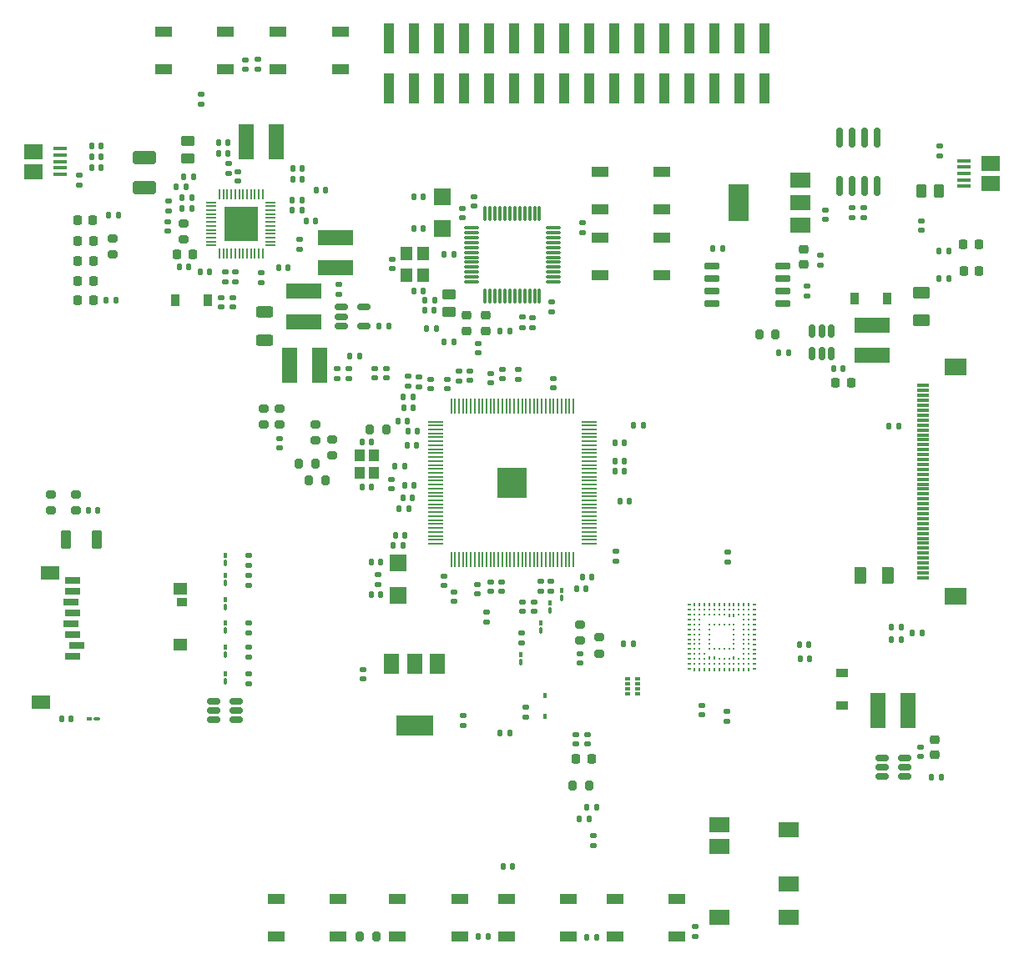
<source format=gbr>
%TF.GenerationSoftware,KiCad,Pcbnew,(6.0.8)*%
%TF.CreationDate,2023-03-24T20:25:01-04:00*%
%TF.ProjectId,lb_mp1,6c625f6d-7031-42e6-9b69-6361645f7063,rev?*%
%TF.SameCoordinates,Original*%
%TF.FileFunction,Paste,Top*%
%TF.FilePolarity,Positive*%
%FSLAX46Y46*%
G04 Gerber Fmt 4.6, Leading zero omitted, Abs format (unit mm)*
G04 Created by KiCad (PCBNEW (6.0.8)) date 2023-03-24 20:25:01*
%MOMM*%
%LPD*%
G01*
G04 APERTURE LIST*
G04 Aperture macros list*
%AMRoundRect*
0 Rectangle with rounded corners*
0 $1 Rounding radius*
0 $2 $3 $4 $5 $6 $7 $8 $9 X,Y pos of 4 corners*
0 Add a 4 corners polygon primitive as box body*
4,1,4,$2,$3,$4,$5,$6,$7,$8,$9,$2,$3,0*
0 Add four circle primitives for the rounded corners*
1,1,$1+$1,$2,$3*
1,1,$1+$1,$4,$5*
1,1,$1+$1,$6,$7*
1,1,$1+$1,$8,$9*
0 Add four rect primitives between the rounded corners*
20,1,$1+$1,$2,$3,$4,$5,0*
20,1,$1+$1,$4,$5,$6,$7,0*
20,1,$1+$1,$6,$7,$8,$9,0*
20,1,$1+$1,$8,$9,$2,$3,0*%
G04 Aperture macros list end*
%ADD10RoundRect,0.135000X0.135000X0.185000X-0.135000X0.185000X-0.135000X-0.185000X0.135000X-0.185000X0*%
%ADD11RoundRect,0.150000X-0.150000X0.825000X-0.150000X-0.825000X0.150000X-0.825000X0.150000X0.825000X0*%
%ADD12RoundRect,0.135000X-0.185000X0.135000X-0.185000X-0.135000X0.185000X-0.135000X0.185000X0.135000X0*%
%ADD13RoundRect,0.200000X-0.275000X0.200000X-0.275000X-0.200000X0.275000X-0.200000X0.275000X0.200000X0*%
%ADD14RoundRect,0.135000X-0.135000X-0.185000X0.135000X-0.185000X0.135000X0.185000X-0.135000X0.185000X0*%
%ADD15RoundRect,0.140000X0.140000X0.170000X-0.140000X0.170000X-0.140000X-0.170000X0.140000X-0.170000X0*%
%ADD16R,1.700000X1.000000*%
%ADD17RoundRect,0.140000X0.170000X-0.140000X0.170000X0.140000X-0.170000X0.140000X-0.170000X-0.140000X0*%
%ADD18RoundRect,0.200000X0.275000X-0.200000X0.275000X0.200000X-0.275000X0.200000X-0.275000X-0.200000X0*%
%ADD19RoundRect,0.140000X-0.140000X-0.170000X0.140000X-0.170000X0.140000X0.170000X-0.140000X0.170000X0*%
%ADD20O,0.360000X0.150000*%
%ADD21O,0.150000X0.360000*%
%ADD22C,0.240000*%
%ADD23RoundRect,0.135000X0.185000X-0.135000X0.185000X0.135000X-0.185000X0.135000X-0.185000X-0.135000X0*%
%ADD24R,2.000000X1.500000*%
%ADD25RoundRect,0.250000X0.925000X-0.412500X0.925000X0.412500X-0.925000X0.412500X-0.925000X-0.412500X0*%
%ADD26RoundRect,0.140000X-0.170000X0.140000X-0.170000X-0.140000X0.170000X-0.140000X0.170000X0.140000X0*%
%ADD27RoundRect,0.100000X0.100000X-0.150000X0.100000X0.150000X-0.100000X0.150000X-0.100000X-0.150000X0*%
%ADD28RoundRect,0.100000X0.100000X-0.208500X0.100000X0.208500X-0.100000X0.208500X-0.100000X-0.208500X0*%
%ADD29R,1.300000X0.300000*%
%ADD30R,2.200000X1.800000*%
%ADD31R,3.600000X1.500000*%
%ADD32R,1.000000X3.150000*%
%ADD33R,1.350000X0.400000*%
%ADD34R,1.900000X1.500000*%
%ADD35R,1.800000X1.750000*%
%ADD36RoundRect,0.218750X-0.218750X-0.256250X0.218750X-0.256250X0.218750X0.256250X-0.218750X0.256250X0*%
%ADD37R,0.900000X1.200000*%
%ADD38R,1.500000X0.800000*%
%ADD39R,1.400000X1.300000*%
%ADD40R,1.900000X1.400000*%
%ADD41R,1.000000X0.950000*%
%ADD42R,2.000000X3.800000*%
%ADD43R,1.000000X0.200000*%
%ADD44R,0.200000X1.000000*%
%ADD45RoundRect,0.250000X-0.625000X0.312500X-0.625000X-0.312500X0.625000X-0.312500X0.625000X0.312500X0*%
%ADD46R,1.500000X3.600000*%
%ADD47RoundRect,0.150000X0.512500X0.150000X-0.512500X0.150000X-0.512500X-0.150000X0.512500X-0.150000X0*%
%ADD48RoundRect,0.150000X-0.650000X-0.150000X0.650000X-0.150000X0.650000X0.150000X-0.650000X0.150000X0*%
%ADD49R,1.200000X1.400000*%
%ADD50RoundRect,0.200000X-0.200000X-0.275000X0.200000X-0.275000X0.200000X0.275000X-0.200000X0.275000X0*%
%ADD51R,1.500000X2.000000*%
%ADD52R,3.800000X2.000000*%
%ADD53RoundRect,0.200000X0.200000X0.275000X-0.200000X0.275000X-0.200000X-0.275000X0.200000X-0.275000X0*%
%ADD54RoundRect,0.225000X0.250000X-0.225000X0.250000X0.225000X-0.250000X0.225000X-0.250000X-0.225000X0*%
%ADD55RoundRect,0.100000X0.150000X0.100000X-0.150000X0.100000X-0.150000X-0.100000X0.150000X-0.100000X0*%
%ADD56RoundRect,0.100000X0.208500X0.100000X-0.208500X0.100000X-0.208500X-0.100000X0.208500X-0.100000X0*%
%ADD57RoundRect,0.075000X-0.662500X-0.075000X0.662500X-0.075000X0.662500X0.075000X-0.662500X0.075000X0*%
%ADD58RoundRect,0.075000X-0.075000X-0.662500X0.075000X-0.662500X0.075000X0.662500X-0.075000X0.662500X0*%
%ADD59RoundRect,0.225000X0.225000X0.250000X-0.225000X0.250000X-0.225000X-0.250000X0.225000X-0.250000X0*%
%ADD60RoundRect,0.250000X0.275000X0.700000X-0.275000X0.700000X-0.275000X-0.700000X0.275000X-0.700000X0*%
%ADD61RoundRect,0.218750X0.256250X-0.218750X0.256250X0.218750X-0.256250X0.218750X-0.256250X-0.218750X0*%
%ADD62RoundRect,0.150000X-0.150000X0.512500X-0.150000X-0.512500X0.150000X-0.512500X0.150000X0.512500X0*%
%ADD63RoundRect,0.250000X-0.450000X0.262500X-0.450000X-0.262500X0.450000X-0.262500X0.450000X0.262500X0*%
%ADD64RoundRect,0.250000X0.262500X0.450000X-0.262500X0.450000X-0.262500X-0.450000X0.262500X-0.450000X0*%
%ADD65RoundRect,0.150000X-0.512500X-0.150000X0.512500X-0.150000X0.512500X0.150000X-0.512500X0.150000X0*%
%ADD66R,0.450000X0.600000*%
%ADD67R,0.500000X0.320000*%
%ADD68RoundRect,0.250000X0.375000X0.625000X-0.375000X0.625000X-0.375000X-0.625000X0.375000X-0.625000X0*%
%ADD69R,1.000000X1.150000*%
%ADD70RoundRect,0.225000X-0.225000X-0.250000X0.225000X-0.250000X0.225000X0.250000X-0.225000X0.250000X0*%
%ADD71R,1.200000X0.900000*%
%ADD72RoundRect,0.250000X0.625000X-0.375000X0.625000X0.375000X-0.625000X0.375000X-0.625000X-0.375000X0*%
%ADD73R,1.600000X0.247500*%
%ADD74R,0.247500X1.600000*%
G04 APERTURE END LIST*
%TO.C,U2*%
G36*
X123640000Y-72090000D02*
G01*
X120240000Y-72090000D01*
X120240000Y-68690000D01*
X123640000Y-68690000D01*
X123640000Y-72090000D01*
G37*
%TO.C,U8*%
G36*
X150940000Y-98160000D02*
G01*
X147940000Y-98160000D01*
X147940000Y-95160000D01*
X150940000Y-95160000D01*
X150940000Y-98160000D01*
G37*
%TD*%
D10*
%TO.C,R64*%
X158000000Y-142800000D03*
X156980000Y-142800000D03*
%TD*%
D11*
%TO.C,U4*%
X186445000Y-61585000D03*
X185175000Y-61585000D03*
X183905000Y-61585000D03*
X182635000Y-61585000D03*
X182635000Y-66535000D03*
X183905000Y-66535000D03*
X185175000Y-66535000D03*
X186445000Y-66535000D03*
%TD*%
D12*
%TO.C,R65*%
X150800000Y-119490000D03*
X150800000Y-120510000D03*
%TD*%
D13*
%TO.C,R58*%
X158300000Y-112375000D03*
X158300000Y-114025000D03*
%TD*%
D12*
%TO.C,R5*%
X105490000Y-65400000D03*
X105490000Y-66420000D03*
%TD*%
D14*
%TO.C,R31*%
X192730000Y-73180000D03*
X193750000Y-73180000D03*
%TD*%
D15*
%TO.C,C3*%
X120600000Y-62110000D03*
X119640000Y-62110000D03*
%TD*%
D16*
%TO.C,SW2*%
X114060000Y-54700000D03*
X120360000Y-54700000D03*
X114060000Y-50900000D03*
X120360000Y-50900000D03*
%TD*%
D17*
%TO.C,C41*%
X144020000Y-86310000D03*
X144020000Y-85350000D03*
%TD*%
D18*
%TO.C,R52*%
X156340000Y-112685000D03*
X156340000Y-111035000D03*
%TD*%
D15*
%TO.C,C76*%
X138510000Y-94950000D03*
X137550000Y-94950000D03*
%TD*%
D19*
%TO.C,C18*%
X116130000Y-65590000D03*
X117090000Y-65590000D03*
%TD*%
D20*
%TO.C,U9*%
X167380000Y-115560000D03*
X167380000Y-115060000D03*
X167380000Y-114560000D03*
X167380000Y-114060000D03*
X167380000Y-113560000D03*
X167380000Y-113060000D03*
X167380000Y-112560000D03*
X167380000Y-112060000D03*
X167380000Y-111560000D03*
X167380000Y-111060000D03*
X167380000Y-110560000D03*
X167380000Y-110060000D03*
X167380000Y-109560000D03*
X167380000Y-109060000D03*
D21*
X167940000Y-115620000D03*
D22*
X167940000Y-115060000D03*
X167940000Y-114560000D03*
X167940000Y-114060000D03*
X167940000Y-113560000D03*
X167940000Y-113060000D03*
X167940000Y-112560000D03*
X167940000Y-112060000D03*
X167940000Y-111560000D03*
X167940000Y-111060000D03*
X167940000Y-110560000D03*
X167940000Y-110060000D03*
X167940000Y-109560000D03*
D21*
X167940000Y-109000000D03*
X168440000Y-115620000D03*
D22*
X168440000Y-115060000D03*
X168440000Y-114560000D03*
X168440000Y-114060000D03*
X168440000Y-113560000D03*
X168440000Y-113060000D03*
X168440000Y-112560000D03*
X168440000Y-112060000D03*
X168440000Y-111560000D03*
X168440000Y-111060000D03*
X168440000Y-110560000D03*
X168440000Y-110060000D03*
X168440000Y-109560000D03*
D21*
X168440000Y-109000000D03*
X168940000Y-115620000D03*
D22*
X168940000Y-115060000D03*
X168940000Y-114560000D03*
X168940000Y-114060000D03*
X168940000Y-110060000D03*
X168940000Y-109560000D03*
D21*
X168940000Y-109000000D03*
X169440000Y-115620000D03*
D22*
X169440000Y-115060000D03*
D21*
X169440000Y-114500000D03*
D22*
X169440000Y-113560000D03*
X169440000Y-113060000D03*
X169440000Y-112560000D03*
X169440000Y-112060000D03*
X169440000Y-111560000D03*
X169440000Y-111060000D03*
X169440000Y-110060000D03*
X169440000Y-109560000D03*
D21*
X169440000Y-109000000D03*
X169940000Y-115620000D03*
D22*
X169940000Y-115060000D03*
D21*
X169940000Y-114500000D03*
D22*
X169940000Y-113560000D03*
X169940000Y-111060000D03*
X169940000Y-110060000D03*
X169940000Y-109560000D03*
D21*
X169940000Y-109000000D03*
X170440000Y-115620000D03*
D22*
X170440000Y-115060000D03*
X170440000Y-114560000D03*
X170440000Y-113560000D03*
X170440000Y-111060000D03*
X170440000Y-110060000D03*
X170440000Y-109560000D03*
D21*
X170440000Y-109000000D03*
X170940000Y-115620000D03*
D22*
X170940000Y-115060000D03*
X170940000Y-114560000D03*
X170940000Y-113560000D03*
X170940000Y-111060000D03*
X170940000Y-110060000D03*
X170940000Y-109560000D03*
D21*
X170940000Y-109000000D03*
X171440000Y-115620000D03*
D22*
X171440000Y-115060000D03*
X171440000Y-114560000D03*
X171440000Y-113560000D03*
X171440000Y-111060000D03*
D21*
X171440000Y-110120000D03*
D22*
X171440000Y-109560000D03*
D21*
X171440000Y-109000000D03*
X171940000Y-115620000D03*
D22*
X171940000Y-115060000D03*
D21*
X171940000Y-114500000D03*
D22*
X171940000Y-113560000D03*
X171940000Y-113060000D03*
X171940000Y-112560000D03*
X171940000Y-112060000D03*
X171940000Y-111560000D03*
X171940000Y-111060000D03*
D21*
X171940000Y-110120000D03*
D22*
X171940000Y-109560000D03*
D21*
X171940000Y-109000000D03*
X172440000Y-115620000D03*
D22*
X172440000Y-115060000D03*
X172440000Y-114560000D03*
X172440000Y-110060000D03*
X172440000Y-109560000D03*
D21*
X172440000Y-109000000D03*
X172940000Y-115620000D03*
D22*
X172940000Y-115060000D03*
X172940000Y-114560000D03*
X172940000Y-114060000D03*
X172940000Y-113560000D03*
X172940000Y-113060000D03*
X172940000Y-112560000D03*
X172940000Y-112060000D03*
X172940000Y-111560000D03*
X172940000Y-111060000D03*
X172940000Y-110560000D03*
X172940000Y-110060000D03*
X172940000Y-109560000D03*
D21*
X172940000Y-109000000D03*
X173440000Y-115620000D03*
D22*
X173440000Y-115060000D03*
X173440000Y-114560000D03*
X173440000Y-114060000D03*
X173440000Y-113560000D03*
X173440000Y-113060000D03*
X173440000Y-112560000D03*
X173440000Y-112060000D03*
X173440000Y-111560000D03*
X173440000Y-111060000D03*
X173440000Y-110560000D03*
X173440000Y-110060000D03*
X173440000Y-109560000D03*
D21*
X173440000Y-109000000D03*
D20*
X174000000Y-115570000D03*
X174000000Y-115070000D03*
X174000000Y-114570000D03*
X174000000Y-114070000D03*
X174000000Y-113570000D03*
X174000000Y-113070000D03*
X174000000Y-112570000D03*
X174000000Y-112070000D03*
X174000000Y-111570000D03*
X174000000Y-111070000D03*
X174000000Y-110570000D03*
X174000000Y-110070000D03*
X174000000Y-109570000D03*
X174000000Y-109070000D03*
%TD*%
D15*
%TO.C,C63*%
X139820000Y-91460000D03*
X138860000Y-91460000D03*
%TD*%
D23*
%TO.C,R50*%
X153390000Y-107660000D03*
X153390000Y-106640000D03*
%TD*%
D19*
%TO.C,C104*%
X156270000Y-130830000D03*
X157230000Y-130830000D03*
%TD*%
D14*
%TO.C,R9*%
X132950000Y-83830000D03*
X133970000Y-83830000D03*
%TD*%
D19*
%TO.C,C45*%
X140590000Y-78150000D03*
X141550000Y-78150000D03*
%TD*%
D14*
%TO.C,R19*%
X142550000Y-73460000D03*
X143570000Y-73460000D03*
%TD*%
D24*
%TO.C,J9*%
X177500000Y-140815000D03*
X170500000Y-140815000D03*
X177500000Y-137415000D03*
X170500000Y-133615000D03*
X170500000Y-131415000D03*
X177500000Y-131915000D03*
%TD*%
D15*
%TO.C,C2*%
X120600000Y-63240000D03*
X119640000Y-63240000D03*
%TD*%
D18*
%TO.C,R10*%
X116140000Y-71985000D03*
X116140000Y-70335000D03*
%TD*%
D15*
%TO.C,C64*%
X139330000Y-98190000D03*
X138370000Y-98190000D03*
%TD*%
D13*
%TO.C,R34*%
X131180000Y-92275000D03*
X131180000Y-93925000D03*
%TD*%
D19*
%TO.C,C12*%
X135940000Y-80760000D03*
X136900000Y-80760000D03*
%TD*%
D25*
%TO.C,C6*%
X112140000Y-66697500D03*
X112140000Y-63622500D03*
%TD*%
D14*
%TO.C,R20*%
X140760000Y-81000000D03*
X141780000Y-81000000D03*
%TD*%
D10*
%TO.C,R21*%
X143520000Y-82370000D03*
X142500000Y-82370000D03*
%TD*%
D13*
%TO.C,R35*%
X125870000Y-89135000D03*
X125870000Y-90785000D03*
%TD*%
D23*
%TO.C,R49*%
X146860000Y-110800000D03*
X146860000Y-109780000D03*
%TD*%
D13*
%TO.C,R36*%
X129520000Y-90725000D03*
X129520000Y-92375000D03*
%TD*%
D17*
%TO.C,C13*%
X135470000Y-86030000D03*
X135470000Y-85070000D03*
%TD*%
D26*
%TO.C,C81*%
X143500000Y-107780000D03*
X143500000Y-108740000D03*
%TD*%
D27*
%TO.C,D17*%
X154440000Y-107640000D03*
D28*
X154440000Y-108388500D03*
%TD*%
D26*
%TO.C,C78*%
X145940000Y-106990000D03*
X145940000Y-107950000D03*
%TD*%
D17*
%TO.C,C51*%
X145960000Y-83460000D03*
X145960000Y-82500000D03*
%TD*%
D15*
%TO.C,C16*%
X118720000Y-75260000D03*
X117760000Y-75260000D03*
%TD*%
D26*
%TO.C,C4*%
X122340000Y-53730000D03*
X122340000Y-54690000D03*
%TD*%
D15*
%TO.C,C65*%
X139720000Y-92860000D03*
X138760000Y-92860000D03*
%TD*%
D29*
%TO.C,U10*%
X191140000Y-106310000D03*
X191140000Y-105810000D03*
X191140000Y-105310000D03*
X191140000Y-104810000D03*
X191140000Y-104310000D03*
X191140000Y-103810000D03*
X191140000Y-103310000D03*
X191140000Y-102810000D03*
X191140000Y-102310000D03*
X191140000Y-101810000D03*
X191140000Y-101310000D03*
X191140000Y-100810000D03*
X191140000Y-100310000D03*
X191140000Y-99810000D03*
X191140000Y-99310000D03*
X191140000Y-98810000D03*
X191140000Y-98310000D03*
X191140000Y-97810000D03*
X191140000Y-97310000D03*
X191140000Y-96810000D03*
X191140000Y-96310000D03*
X191140000Y-95810000D03*
X191140000Y-95310000D03*
X191140000Y-94810000D03*
X191140000Y-94310000D03*
X191140000Y-93810000D03*
X191140000Y-93310000D03*
X191140000Y-92810000D03*
X191140000Y-92310000D03*
X191140000Y-91810000D03*
X191140000Y-91310000D03*
X191140000Y-90810000D03*
X191140000Y-90310000D03*
X191140000Y-89810000D03*
X191140000Y-89310000D03*
X191140000Y-88810000D03*
X191140000Y-88310000D03*
X191140000Y-87810000D03*
X191140000Y-87310000D03*
X191140000Y-86810000D03*
D30*
X194390000Y-84910000D03*
X194390000Y-108210000D03*
%TD*%
D12*
%TO.C,R1*%
X123640000Y-53700000D03*
X123640000Y-54720000D03*
%TD*%
D19*
%TO.C,C20*%
X127130000Y-69000000D03*
X128090000Y-69000000D03*
%TD*%
D16*
%TO.C,SW8*%
X166150000Y-142700000D03*
X159850000Y-142700000D03*
X166150000Y-138900000D03*
X159850000Y-138900000D03*
%TD*%
D10*
%TO.C,R15*%
X139400000Y-87990000D03*
X138380000Y-87990000D03*
%TD*%
D31*
%TO.C,L3*%
X128320000Y-77245000D03*
X128320000Y-80295000D03*
%TD*%
D32*
%TO.C,J1*%
X136906000Y-56627000D03*
X136906000Y-51577000D03*
X139446000Y-56627000D03*
X139446000Y-51577000D03*
X141986000Y-56627000D03*
X141986000Y-51577000D03*
X144526000Y-56627000D03*
X144526000Y-51577000D03*
X147066000Y-56627000D03*
X147066000Y-51577000D03*
X149606000Y-56627000D03*
X149606000Y-51577000D03*
X152146000Y-56627000D03*
X152146000Y-51577000D03*
X154686000Y-56627000D03*
X154686000Y-51577000D03*
X157226000Y-56627000D03*
X157226000Y-51577000D03*
X159766000Y-56627000D03*
X159766000Y-51577000D03*
X162306000Y-56627000D03*
X162306000Y-51577000D03*
X164846000Y-56627000D03*
X164846000Y-51577000D03*
X167386000Y-56627000D03*
X167386000Y-51577000D03*
X169926000Y-56627000D03*
X169926000Y-51577000D03*
X172466000Y-56627000D03*
X172466000Y-51577000D03*
X175006000Y-56627000D03*
X175006000Y-51577000D03*
%TD*%
D17*
%TO.C,C52*%
X150040000Y-86140000D03*
X150040000Y-85180000D03*
%TD*%
%TO.C,C28*%
X120640000Y-65240000D03*
X120640000Y-64280000D03*
%TD*%
D12*
%TO.C,R22*%
X150440000Y-79870000D03*
X150440000Y-80890000D03*
%TD*%
D33*
%TO.C,J4*%
X103602500Y-62760000D03*
X103602500Y-63410000D03*
X103602500Y-64060000D03*
X103602500Y-64710000D03*
X103602500Y-65360000D03*
D34*
X100902500Y-65060000D03*
X100902500Y-63060000D03*
%TD*%
D35*
%TO.C,Y2*%
X142310000Y-70855000D03*
X142310000Y-67605000D03*
%TD*%
D12*
%TO.C,R23*%
X151520000Y-79880000D03*
X151520000Y-80900000D03*
%TD*%
D19*
%TO.C,C5*%
X106770000Y-63580000D03*
X107730000Y-63580000D03*
%TD*%
D26*
%TO.C,C103*%
X157700000Y-132520000D03*
X157700000Y-133480000D03*
%TD*%
D31*
%TO.C,L2*%
X131550000Y-71795000D03*
X131550000Y-74845000D03*
%TD*%
D15*
%TO.C,C30*%
X130500000Y-67000000D03*
X129540000Y-67000000D03*
%TD*%
D36*
%TO.C,D11*%
X195232500Y-75190000D03*
X196807500Y-75190000D03*
%TD*%
D37*
%TO.C,D9*%
X187490000Y-77960000D03*
X184190000Y-77960000D03*
%TD*%
D17*
%TO.C,C21*%
X136650000Y-86020000D03*
X136650000Y-85060000D03*
%TD*%
D38*
%TO.C,J6*%
X104880000Y-114300000D03*
X105280000Y-113200000D03*
X104880000Y-112100000D03*
X104680000Y-111000000D03*
X104880000Y-109900000D03*
X104680000Y-108800000D03*
X104880000Y-107700000D03*
X104880000Y-106600000D03*
D39*
X115740000Y-107410000D03*
X115740000Y-113110000D03*
D40*
X102590000Y-105810000D03*
X101590000Y-118960000D03*
D41*
X115940000Y-108800000D03*
%TD*%
D33*
%TO.C,J5*%
X195277500Y-66560000D03*
X195277500Y-65910000D03*
X195277500Y-65260000D03*
X195277500Y-64610000D03*
X195277500Y-63960000D03*
D34*
X197977500Y-64260000D03*
X197977500Y-66260000D03*
%TD*%
D17*
%TO.C,C90*%
X142510000Y-107080000D03*
X142510000Y-106120000D03*
%TD*%
D15*
%TO.C,C66*%
X138570000Y-102000000D03*
X137610000Y-102000000D03*
%TD*%
D27*
%TO.C,D19*%
X153310000Y-108850000D03*
D28*
X153310000Y-109598500D03*
%TD*%
D27*
%TO.C,D18*%
X152340000Y-110940000D03*
D28*
X152340000Y-111688500D03*
%TD*%
D26*
%TO.C,C9*%
X121080000Y-77870000D03*
X121080000Y-78830000D03*
%TD*%
D19*
%TO.C,C53*%
X140560000Y-79130000D03*
X141520000Y-79130000D03*
%TD*%
D26*
%TO.C,C101*%
X134300000Y-115620000D03*
X134300000Y-116580000D03*
%TD*%
D24*
%TO.C,U7*%
X178680000Y-70520000D03*
D42*
X172380000Y-68220000D03*
D24*
X178680000Y-68220000D03*
X178680000Y-65920000D03*
%TD*%
D43*
%TO.C,U2*%
X124940000Y-72590000D03*
X124940000Y-72190000D03*
X124940000Y-71790000D03*
X124940000Y-71390000D03*
X124940000Y-70990000D03*
X124940000Y-70590000D03*
X124940000Y-70190000D03*
X124940000Y-69790000D03*
X124940000Y-69390000D03*
X124940000Y-68990000D03*
X124940000Y-68590000D03*
X124940000Y-68190000D03*
D44*
X124140000Y-67390000D03*
X123740000Y-67390000D03*
X123340000Y-67390000D03*
X122940000Y-67390000D03*
X122540000Y-67390000D03*
X122140000Y-67390000D03*
X121740000Y-67390000D03*
X121340000Y-67390000D03*
X120940000Y-67390000D03*
X120540000Y-67390000D03*
X120140000Y-67390000D03*
X119740000Y-67390000D03*
D43*
X118940000Y-68190000D03*
X118940000Y-68590000D03*
X118940000Y-68990000D03*
X118940000Y-69390000D03*
X118940000Y-69790000D03*
X118940000Y-70190000D03*
X118940000Y-70590000D03*
X118940000Y-70990000D03*
X118940000Y-71390000D03*
X118940000Y-71790000D03*
X118940000Y-72190000D03*
X118940000Y-72590000D03*
D44*
X119740000Y-73390000D03*
X120140000Y-73390000D03*
X120540000Y-73390000D03*
X120940000Y-73390000D03*
X121340000Y-73390000D03*
X121740000Y-73390000D03*
X122140000Y-73390000D03*
X122540000Y-73390000D03*
X122940000Y-73390000D03*
X123340000Y-73390000D03*
X123740000Y-73390000D03*
X124140000Y-73390000D03*
%TD*%
D26*
%TO.C,C87*%
X150520000Y-108770000D03*
X150520000Y-109730000D03*
%TD*%
D19*
%TO.C,C67*%
X134190000Y-92570000D03*
X135150000Y-92570000D03*
%TD*%
D26*
%TO.C,C15*%
X137230000Y-73990000D03*
X137230000Y-74950000D03*
%TD*%
%TO.C,C68*%
X137200000Y-96350000D03*
X137200000Y-97310000D03*
%TD*%
D45*
%TO.C,R13*%
X124330000Y-79307500D03*
X124330000Y-82232500D03*
%TD*%
D36*
%TO.C,D2*%
X105352500Y-72150000D03*
X106927500Y-72150000D03*
%TD*%
D15*
%TO.C,C11*%
X126720000Y-74860000D03*
X125760000Y-74860000D03*
%TD*%
D12*
%TO.C,R59*%
X168000000Y-141690000D03*
X168000000Y-142710000D03*
%TD*%
%TO.C,R3*%
X117840000Y-57250000D03*
X117840000Y-58270000D03*
%TD*%
D46*
%TO.C,L4*%
X126885000Y-84760000D03*
X129935000Y-84760000D03*
%TD*%
D17*
%TO.C,C37*%
X147240000Y-86540000D03*
X147240000Y-85580000D03*
%TD*%
D27*
%TO.C,D12*%
X120340000Y-104040000D03*
D28*
X120340000Y-104788500D03*
%TD*%
D36*
%TO.C,D3*%
X105322500Y-70030000D03*
X106897500Y-70030000D03*
%TD*%
D19*
%TO.C,C86*%
X159840000Y-92580000D03*
X160800000Y-92580000D03*
%TD*%
D23*
%TO.C,R11*%
X132890000Y-86070000D03*
X132890000Y-85050000D03*
%TD*%
D10*
%TO.C,R56*%
X191040000Y-111930000D03*
X190020000Y-111930000D03*
%TD*%
D23*
%TO.C,R51*%
X159990000Y-104620000D03*
X159990000Y-103600000D03*
%TD*%
%TO.C,R18*%
X156590000Y-71320000D03*
X156590000Y-70300000D03*
%TD*%
D31*
%TO.C,L5*%
X185940000Y-83710000D03*
X185940000Y-80660000D03*
%TD*%
D19*
%TO.C,C8*%
X127130000Y-67980000D03*
X128090000Y-67980000D03*
%TD*%
D23*
%TO.C,R4*%
X192840000Y-63470000D03*
X192840000Y-62450000D03*
%TD*%
D17*
%TO.C,C39*%
X141140000Y-87150000D03*
X141140000Y-86190000D03*
%TD*%
D19*
%TO.C,C83*%
X155960000Y-107460000D03*
X156920000Y-107460000D03*
%TD*%
D26*
%TO.C,C17*%
X114490000Y-70190000D03*
X114490000Y-71150000D03*
%TD*%
%TO.C,C40*%
X139940000Y-85950000D03*
X139940000Y-86910000D03*
%TD*%
D47*
%TO.C,U11*%
X121437500Y-120750000D03*
X121437500Y-119800000D03*
X121437500Y-118850000D03*
X119162500Y-118850000D03*
X119162500Y-119800000D03*
X119162500Y-120750000D03*
%TD*%
D23*
%TO.C,R57*%
X122720000Y-117090000D03*
X122720000Y-116070000D03*
%TD*%
D10*
%TO.C,R27*%
X177450000Y-83485000D03*
X176430000Y-83485000D03*
%TD*%
D26*
%TO.C,C79*%
X148330000Y-106720000D03*
X148330000Y-107680000D03*
%TD*%
D48*
%TO.C,U5*%
X169680000Y-74645000D03*
X169680000Y-75915000D03*
X169680000Y-77185000D03*
X169680000Y-78455000D03*
X176880000Y-78455000D03*
X176880000Y-77185000D03*
X176880000Y-75915000D03*
X176880000Y-74645000D03*
%TD*%
D49*
%TO.C,Y1*%
X138730000Y-73390000D03*
X138730000Y-75590000D03*
X140430000Y-75590000D03*
X140430000Y-73390000D03*
%TD*%
D16*
%TO.C,SW3*%
X158350000Y-71800000D03*
X164650000Y-71800000D03*
X164650000Y-75600000D03*
X158350000Y-75600000D03*
%TD*%
%TO.C,SW5*%
X125500000Y-142700000D03*
X131800000Y-142700000D03*
X125500000Y-138900000D03*
X131800000Y-138900000D03*
%TD*%
D50*
%TO.C,R37*%
X127805000Y-94710000D03*
X129455000Y-94710000D03*
%TD*%
D27*
%TO.C,D13*%
X120335000Y-113335000D03*
D28*
X120335000Y-114083500D03*
%TD*%
D19*
%TO.C,C82*%
X161760000Y-90860000D03*
X162720000Y-90860000D03*
%TD*%
D10*
%TO.C,R28*%
X170790000Y-72900000D03*
X169770000Y-72900000D03*
%TD*%
D51*
%TO.C,U13*%
X141820000Y-115040000D03*
X139520000Y-115040000D03*
D52*
X139520000Y-121340000D03*
D51*
X137220000Y-115040000D03*
%TD*%
D12*
%TO.C,R48*%
X150360000Y-111930000D03*
X150360000Y-112950000D03*
%TD*%
D16*
%TO.C,SW7*%
X148850000Y-142700000D03*
X155150000Y-142700000D03*
X148850000Y-138900000D03*
X155150000Y-138900000D03*
%TD*%
D18*
%TO.C,R32*%
X102640000Y-99485000D03*
X102640000Y-97835000D03*
%TD*%
D15*
%TO.C,C36*%
X140410000Y-67595000D03*
X139450000Y-67595000D03*
%TD*%
D14*
%TO.C,R61*%
X191973750Y-126530000D03*
X192993750Y-126530000D03*
%TD*%
D53*
%TO.C,R66*%
X157225000Y-127400000D03*
X155575000Y-127400000D03*
%TD*%
D15*
%TO.C,C38*%
X140440000Y-70845000D03*
X139480000Y-70845000D03*
%TD*%
D54*
%TO.C,C99*%
X192300000Y-124275000D03*
X192300000Y-122725000D03*
%TD*%
D23*
%TO.C,R39*%
X122740000Y-107070000D03*
X122740000Y-106050000D03*
%TD*%
D27*
%TO.C,D14*%
X120355000Y-106065000D03*
D28*
X120355000Y-106813500D03*
%TD*%
D19*
%TO.C,C80*%
X159860000Y-95460000D03*
X160820000Y-95460000D03*
%TD*%
D26*
%TO.C,C47*%
X145570000Y-67630000D03*
X145570000Y-68590000D03*
%TD*%
D19*
%TO.C,C89*%
X156550000Y-106220000D03*
X157510000Y-106220000D03*
%TD*%
D55*
%TO.C,D20*%
X106535000Y-120615000D03*
D56*
X107283500Y-120615000D03*
%TD*%
D57*
%TO.C,U3*%
X145297500Y-70780000D03*
X145297500Y-71280000D03*
X145297500Y-71780000D03*
X145297500Y-72280000D03*
X145297500Y-72780000D03*
X145297500Y-73280000D03*
X145297500Y-73780000D03*
X145297500Y-74280000D03*
X145297500Y-74780000D03*
X145297500Y-75280000D03*
X145297500Y-75780000D03*
X145297500Y-76280000D03*
D58*
X146710000Y-77692500D03*
X147210000Y-77692500D03*
X147710000Y-77692500D03*
X148210000Y-77692500D03*
X148710000Y-77692500D03*
X149210000Y-77692500D03*
X149710000Y-77692500D03*
X150210000Y-77692500D03*
X150710000Y-77692500D03*
X151210000Y-77692500D03*
X151710000Y-77692500D03*
X152210000Y-77692500D03*
D57*
X153622500Y-76280000D03*
X153622500Y-75780000D03*
X153622500Y-75280000D03*
X153622500Y-74780000D03*
X153622500Y-74280000D03*
X153622500Y-73780000D03*
X153622500Y-73280000D03*
X153622500Y-72780000D03*
X153622500Y-72280000D03*
X153622500Y-71780000D03*
X153622500Y-71280000D03*
X153622500Y-70780000D03*
D58*
X152210000Y-69367500D03*
X151710000Y-69367500D03*
X151210000Y-69367500D03*
X150710000Y-69367500D03*
X150210000Y-69367500D03*
X149710000Y-69367500D03*
X149210000Y-69367500D03*
X148710000Y-69367500D03*
X148210000Y-69367500D03*
X147710000Y-69367500D03*
X147210000Y-69367500D03*
X146710000Y-69367500D03*
%TD*%
D59*
%TO.C,C102*%
X157475000Y-124700000D03*
X155925000Y-124700000D03*
%TD*%
D14*
%TO.C,R30*%
X192760000Y-75940000D03*
X193780000Y-75940000D03*
%TD*%
D26*
%TO.C,C77*%
X151630000Y-108790000D03*
X151630000Y-109750000D03*
%TD*%
D17*
%TO.C,C108*%
X155900000Y-123180000D03*
X155900000Y-122220000D03*
%TD*%
D23*
%TO.C,R40*%
X122740000Y-105070000D03*
X122740000Y-104050000D03*
%TD*%
D36*
%TO.C,D4*%
X105352500Y-76160000D03*
X106927500Y-76160000D03*
%TD*%
D10*
%TO.C,R55*%
X188940000Y-111330000D03*
X187920000Y-111330000D03*
%TD*%
D54*
%TO.C,C58*%
X179042500Y-74525000D03*
X179042500Y-72975000D03*
%TD*%
D10*
%TO.C,R63*%
X147010000Y-142700000D03*
X145990000Y-142700000D03*
%TD*%
D23*
%TO.C,R41*%
X122730000Y-114350000D03*
X122730000Y-113330000D03*
%TD*%
D26*
%TO.C,C70*%
X125870000Y-92180000D03*
X125870000Y-93140000D03*
%TD*%
D60*
%TO.C,L6*%
X107315000Y-102460000D03*
X104165000Y-102460000D03*
%TD*%
D26*
%TO.C,C24*%
X121640000Y-65080000D03*
X121640000Y-66040000D03*
%TD*%
D15*
%TO.C,C29*%
X116320000Y-66660000D03*
X115360000Y-66660000D03*
%TD*%
D13*
%TO.C,R6*%
X108910000Y-71835000D03*
X108910000Y-73485000D03*
%TD*%
D61*
%TO.C,D7*%
X144830000Y-81257500D03*
X144830000Y-79682500D03*
%TD*%
D62*
%TO.C,U6*%
X181790000Y-81247500D03*
X180840000Y-81247500D03*
X179890000Y-81247500D03*
X179890000Y-83522500D03*
X180840000Y-83522500D03*
X181790000Y-83522500D03*
%TD*%
D19*
%TO.C,C22*%
X115960000Y-68860000D03*
X116920000Y-68860000D03*
%TD*%
%TO.C,C94*%
X178590000Y-113070000D03*
X179550000Y-113070000D03*
%TD*%
D17*
%TO.C,C14*%
X114540000Y-69040000D03*
X114540000Y-68080000D03*
%TD*%
D27*
%TO.C,D15*%
X120330000Y-110880000D03*
D28*
X120330000Y-111628500D03*
%TD*%
D53*
%TO.C,R29*%
X176165000Y-81585000D03*
X174515000Y-81585000D03*
%TD*%
D19*
%TO.C,C7*%
X106760000Y-64660000D03*
X107720000Y-64660000D03*
%TD*%
D46*
%TO.C,L7*%
X189608750Y-119830000D03*
X186558750Y-119830000D03*
%TD*%
D14*
%TO.C,R17*%
X148200000Y-81260000D03*
X149220000Y-81260000D03*
%TD*%
D63*
%TO.C,FB1*%
X143020000Y-77537500D03*
X143020000Y-79362500D03*
%TD*%
D23*
%TO.C,R60*%
X171210000Y-120910000D03*
X171210000Y-119890000D03*
%TD*%
D64*
%TO.C,FB2*%
X192752500Y-67060000D03*
X190927500Y-67060000D03*
%TD*%
D15*
%TO.C,C34*%
X116620000Y-74760000D03*
X115660000Y-74760000D03*
%TD*%
D17*
%TO.C,C33*%
X131680000Y-86060000D03*
X131680000Y-85100000D03*
%TD*%
D65*
%TO.C,U12*%
X186946250Y-124580000D03*
X186946250Y-125530000D03*
X186946250Y-126480000D03*
X189221250Y-126480000D03*
X189221250Y-125530000D03*
X189221250Y-124580000D03*
%TD*%
D66*
%TO.C,D32*%
X152800000Y-118250000D03*
X152800000Y-120350000D03*
%TD*%
D19*
%TO.C,C55*%
X182060000Y-85085000D03*
X183020000Y-85085000D03*
%TD*%
D67*
%TO.C,RN1*%
X162130000Y-118100000D03*
X162130000Y-117600000D03*
X162130000Y-117100000D03*
X162130000Y-116600000D03*
X161130000Y-116600000D03*
X161130000Y-117100000D03*
X161130000Y-117600000D03*
X161130000Y-118100000D03*
%TD*%
D19*
%TO.C,C105*%
X157020000Y-129600000D03*
X157980000Y-129600000D03*
%TD*%
D26*
%TO.C,C56*%
X181200000Y-68970000D03*
X181200000Y-69930000D03*
%TD*%
D12*
%TO.C,R14*%
X131890000Y-76500000D03*
X131890000Y-77520000D03*
%TD*%
D27*
%TO.C,D22*%
X150345000Y-114115000D03*
D28*
X150345000Y-114863500D03*
%TD*%
D17*
%TO.C,C19*%
X119880000Y-78830000D03*
X119880000Y-77870000D03*
%TD*%
D10*
%TO.C,R12*%
X116950000Y-67760000D03*
X115930000Y-67760000D03*
%TD*%
D65*
%TO.C,U1*%
X132102500Y-78850000D03*
X132102500Y-79800000D03*
X132102500Y-80750000D03*
X134377500Y-80750000D03*
X134377500Y-78850000D03*
%TD*%
D12*
%TO.C,R26*%
X185140000Y-68750000D03*
X185140000Y-69770000D03*
%TD*%
D26*
%TO.C,C59*%
X190940000Y-70080000D03*
X190940000Y-71040000D03*
%TD*%
D61*
%TO.C,D8*%
X146790000Y-81257500D03*
X146790000Y-79682500D03*
%TD*%
D19*
%TO.C,C106*%
X148220000Y-122100000D03*
X149180000Y-122100000D03*
%TD*%
D17*
%TO.C,C96*%
X156300000Y-114980000D03*
X156300000Y-114020000D03*
%TD*%
D23*
%TO.C,R42*%
X135840000Y-106970000D03*
X135840000Y-105950000D03*
%TD*%
D15*
%TO.C,C95*%
X104670000Y-120630000D03*
X103710000Y-120630000D03*
%TD*%
D53*
%TO.C,R62*%
X135625000Y-142700000D03*
X133975000Y-142700000D03*
%TD*%
D63*
%TO.C,R2*%
X116540000Y-61947500D03*
X116540000Y-63772500D03*
%TD*%
D15*
%TO.C,C73*%
X138930000Y-99270000D03*
X137970000Y-99270000D03*
%TD*%
%TO.C,C74*%
X139470000Y-96900000D03*
X138510000Y-96900000D03*
%TD*%
D19*
%TO.C,C10*%
X128510000Y-70070000D03*
X129470000Y-70070000D03*
%TD*%
D15*
%TO.C,C75*%
X139390000Y-89030000D03*
X138430000Y-89030000D03*
%TD*%
D35*
%TO.C,Y4*%
X137840000Y-104835000D03*
X137840000Y-108085000D03*
%TD*%
D10*
%TO.C,R54*%
X188940000Y-112630000D03*
X187920000Y-112630000D03*
%TD*%
D19*
%TO.C,C84*%
X160360000Y-98560000D03*
X161320000Y-98560000D03*
%TD*%
%TO.C,C61*%
X106420000Y-99460000D03*
X107380000Y-99460000D03*
%TD*%
D17*
%TO.C,C43*%
X153640000Y-87040000D03*
X153640000Y-86080000D03*
%TD*%
D36*
%TO.C,D1*%
X105352500Y-78160000D03*
X106927500Y-78160000D03*
%TD*%
D15*
%TO.C,C85*%
X161710000Y-113050000D03*
X160750000Y-113050000D03*
%TD*%
D26*
%TO.C,C110*%
X144500000Y-120320000D03*
X144500000Y-121280000D03*
%TD*%
D23*
%TO.C,R44*%
X122740000Y-111890000D03*
X122740000Y-110870000D03*
%TD*%
D26*
%TO.C,C42*%
X144400000Y-68790000D03*
X144400000Y-69750000D03*
%TD*%
D16*
%TO.C,SW1*%
X131990000Y-54710000D03*
X125690000Y-54710000D03*
X131990000Y-50910000D03*
X125690000Y-50910000D03*
%TD*%
D17*
%TO.C,C44*%
X148480000Y-86100000D03*
X148480000Y-85140000D03*
%TD*%
D13*
%TO.C,R46*%
X124190000Y-89135000D03*
X124190000Y-90785000D03*
%TD*%
D15*
%TO.C,C62*%
X136120000Y-108060000D03*
X135160000Y-108060000D03*
%TD*%
D17*
%TO.C,C57*%
X180702500Y-74540000D03*
X180702500Y-73580000D03*
%TD*%
D19*
%TO.C,C25*%
X127160000Y-64760000D03*
X128120000Y-64760000D03*
%TD*%
D27*
%TO.C,D21*%
X120350000Y-116060000D03*
D28*
X120350000Y-116808500D03*
%TD*%
D19*
%TO.C,C26*%
X127160000Y-65860000D03*
X128120000Y-65860000D03*
%TD*%
D15*
%TO.C,C46*%
X140420000Y-77220000D03*
X139460000Y-77220000D03*
%TD*%
D59*
%TO.C,C27*%
X117015000Y-73460000D03*
X115465000Y-73460000D03*
%TD*%
D46*
%TO.C,L1*%
X122415000Y-62060000D03*
X125465000Y-62060000D03*
%TD*%
D19*
%TO.C,C97*%
X178650000Y-114560000D03*
X179610000Y-114560000D03*
%TD*%
D12*
%TO.C,R16*%
X138900000Y-85870000D03*
X138900000Y-86890000D03*
%TD*%
D68*
%TO.C,C93*%
X187570000Y-106100000D03*
X184770000Y-106100000D03*
%TD*%
D17*
%TO.C,C48*%
X142900000Y-87100000D03*
X142900000Y-86140000D03*
%TD*%
D16*
%TO.C,SW4*%
X164650000Y-68900000D03*
X158350000Y-68900000D03*
X164650000Y-65100000D03*
X158350000Y-65100000D03*
%TD*%
D14*
%TO.C,R53*%
X187610000Y-90950000D03*
X188630000Y-90950000D03*
%TD*%
D37*
%TO.C,D6*%
X118540000Y-78140000D03*
X115240000Y-78140000D03*
%TD*%
D26*
%TO.C,C23*%
X127840000Y-71980000D03*
X127840000Y-72940000D03*
%TD*%
D19*
%TO.C,C107*%
X148520000Y-135590000D03*
X149480000Y-135590000D03*
%TD*%
D15*
%TO.C,C69*%
X138830000Y-90430000D03*
X137870000Y-90430000D03*
%TD*%
D50*
%TO.C,R38*%
X135015000Y-91260000D03*
X136665000Y-91260000D03*
%TD*%
D69*
%TO.C,Y3*%
X135370000Y-95645000D03*
X135370000Y-93895000D03*
X133970000Y-93895000D03*
X133970000Y-95645000D03*
%TD*%
D17*
%TO.C,C50*%
X145110000Y-86260000D03*
X145110000Y-85300000D03*
%TD*%
D10*
%TO.C,R7*%
X109250000Y-78160000D03*
X108230000Y-78160000D03*
%TD*%
D26*
%TO.C,C98*%
X168670000Y-119260000D03*
X168670000Y-120220000D03*
%TD*%
D19*
%TO.C,C1*%
X106760000Y-62490000D03*
X107720000Y-62490000D03*
%TD*%
D12*
%TO.C,R24*%
X179360000Y-76680000D03*
X179360000Y-77700000D03*
%TD*%
D17*
%TO.C,C100*%
X190900000Y-124480000D03*
X190900000Y-123520000D03*
%TD*%
D26*
%TO.C,C88*%
X147300000Y-106730000D03*
X147300000Y-107690000D03*
%TD*%
%TO.C,C31*%
X123940000Y-75380000D03*
X123940000Y-76340000D03*
%TD*%
D15*
%TO.C,C71*%
X136120000Y-104760000D03*
X135160000Y-104760000D03*
%TD*%
D17*
%TO.C,C32*%
X121330000Y-76240000D03*
X121330000Y-75280000D03*
%TD*%
D70*
%TO.C,C54*%
X182265000Y-86485000D03*
X183815000Y-86485000D03*
%TD*%
D10*
%TO.C,R43*%
X138350000Y-103060000D03*
X137330000Y-103060000D03*
%TD*%
D26*
%TO.C,C109*%
X157100000Y-122220000D03*
X157100000Y-123180000D03*
%TD*%
D15*
%TO.C,C72*%
X135150000Y-97070000D03*
X134190000Y-97070000D03*
%TD*%
D27*
%TO.C,D16*%
X120340000Y-108540000D03*
D28*
X120340000Y-109288500D03*
%TD*%
D71*
%TO.C,D23*%
X182900000Y-115960000D03*
X182900000Y-119260000D03*
%TD*%
D23*
%TO.C,R25*%
X183940000Y-69770000D03*
X183940000Y-68750000D03*
%TD*%
D19*
%TO.C,C91*%
X159890000Y-94440000D03*
X160850000Y-94440000D03*
%TD*%
D10*
%TO.C,R8*%
X109540000Y-69540000D03*
X108520000Y-69540000D03*
%TD*%
D36*
%TO.C,D10*%
X195212500Y-72440000D03*
X196787500Y-72440000D03*
%TD*%
%TO.C,D5*%
X105352500Y-74160000D03*
X106927500Y-74160000D03*
%TD*%
D72*
%TO.C,C60*%
X190940000Y-80185000D03*
X190940000Y-77385000D03*
%TD*%
D18*
%TO.C,R33*%
X105140000Y-99485000D03*
X105140000Y-97835000D03*
%TD*%
D17*
%TO.C,C92*%
X171340000Y-104700000D03*
X171340000Y-103740000D03*
%TD*%
D23*
%TO.C,R47*%
X152370000Y-107700000D03*
X152370000Y-106680000D03*
%TD*%
D26*
%TO.C,C35*%
X120300000Y-75280000D03*
X120300000Y-76240000D03*
%TD*%
D50*
%TO.C,R45*%
X128845000Y-96430000D03*
X130495000Y-96430000D03*
%TD*%
D16*
%TO.C,SW6*%
X137800000Y-142700000D03*
X144100000Y-142700000D03*
X137800000Y-138900000D03*
X144100000Y-138900000D03*
%TD*%
D17*
%TO.C,C49*%
X153480000Y-79280000D03*
X153480000Y-78320000D03*
%TD*%
D73*
%TO.C,U8*%
X157240000Y-102860000D03*
X157240000Y-102460000D03*
X157240000Y-102060000D03*
X157240000Y-101660000D03*
X157240000Y-101260000D03*
X157240000Y-100860000D03*
X157240000Y-100460000D03*
X157240000Y-100060000D03*
X157240000Y-99660000D03*
X157240000Y-99260000D03*
X157240000Y-98860000D03*
X157240000Y-98460000D03*
X157240000Y-98060000D03*
X157240000Y-97660000D03*
X157240000Y-97260000D03*
X157240000Y-96860000D03*
X157240000Y-96460000D03*
X157240000Y-96060000D03*
X157240000Y-95660000D03*
X157240000Y-95260000D03*
X157240000Y-94860000D03*
X157240000Y-94460000D03*
X157240000Y-94060000D03*
X157240000Y-93660000D03*
X157240000Y-93260000D03*
X157240000Y-92860000D03*
X157240000Y-92460000D03*
X157240000Y-92060000D03*
X157240000Y-91660000D03*
X157240000Y-91260000D03*
X157240000Y-90860000D03*
X157240000Y-90460000D03*
D74*
X155640000Y-88860000D03*
X155240000Y-88860000D03*
X154840000Y-88860000D03*
X154440000Y-88860000D03*
X154040000Y-88860000D03*
X153640000Y-88860000D03*
X153240000Y-88860000D03*
X152840000Y-88860000D03*
X152440000Y-88860000D03*
X152040000Y-88860000D03*
X151640000Y-88860000D03*
X151240000Y-88860000D03*
X150840000Y-88860000D03*
X150440000Y-88860000D03*
X150040000Y-88860000D03*
X149640000Y-88860000D03*
X149240000Y-88860000D03*
X148840000Y-88860000D03*
X148440000Y-88860000D03*
X148040000Y-88860000D03*
X147640000Y-88860000D03*
X147240000Y-88860000D03*
X146840000Y-88860000D03*
X146440000Y-88860000D03*
X146040000Y-88860000D03*
X145640000Y-88860000D03*
X145240000Y-88860000D03*
X144840000Y-88860000D03*
X144440000Y-88860000D03*
X144040000Y-88860000D03*
X143640000Y-88860000D03*
X143240000Y-88860000D03*
D73*
X141640000Y-90460000D03*
X141640000Y-90860000D03*
X141640000Y-91260000D03*
X141640000Y-91660000D03*
X141640000Y-92060000D03*
X141640000Y-92460000D03*
X141640000Y-92860000D03*
X141640000Y-93260000D03*
X141640000Y-93660000D03*
X141640000Y-94060000D03*
X141640000Y-94460000D03*
X141640000Y-94860000D03*
X141640000Y-95260000D03*
X141640000Y-95660000D03*
X141640000Y-96060000D03*
X141640000Y-96460000D03*
X141640000Y-96860000D03*
X141640000Y-97260000D03*
X141640000Y-97660000D03*
X141640000Y-98060000D03*
X141640000Y-98460000D03*
X141640000Y-98860000D03*
X141640000Y-99260000D03*
X141640000Y-99660000D03*
X141640000Y-100060000D03*
X141640000Y-100460000D03*
X141640000Y-100860000D03*
X141640000Y-101260000D03*
X141640000Y-101660000D03*
X141640000Y-102060000D03*
X141640000Y-102460000D03*
X141640000Y-102860000D03*
D74*
X143240000Y-104460000D03*
X143640000Y-104460000D03*
X144040000Y-104460000D03*
X144440000Y-104460000D03*
X144840000Y-104460000D03*
X145240000Y-104460000D03*
X145640000Y-104460000D03*
X146040000Y-104460000D03*
X146440000Y-104460000D03*
X146840000Y-104460000D03*
X147240000Y-104460000D03*
X147640000Y-104460000D03*
X148040000Y-104460000D03*
X148440000Y-104460000D03*
X148840000Y-104460000D03*
X149240000Y-104460000D03*
X149640000Y-104460000D03*
X150040000Y-104460000D03*
X150440000Y-104460000D03*
X150840000Y-104460000D03*
X151240000Y-104460000D03*
X151640000Y-104460000D03*
X152040000Y-104460000D03*
X152440000Y-104460000D03*
X152840000Y-104460000D03*
X153240000Y-104460000D03*
X153640000Y-104460000D03*
X154040000Y-104460000D03*
X154440000Y-104460000D03*
X154840000Y-104460000D03*
X155240000Y-104460000D03*
X155640000Y-104460000D03*
%TD*%
M02*

</source>
